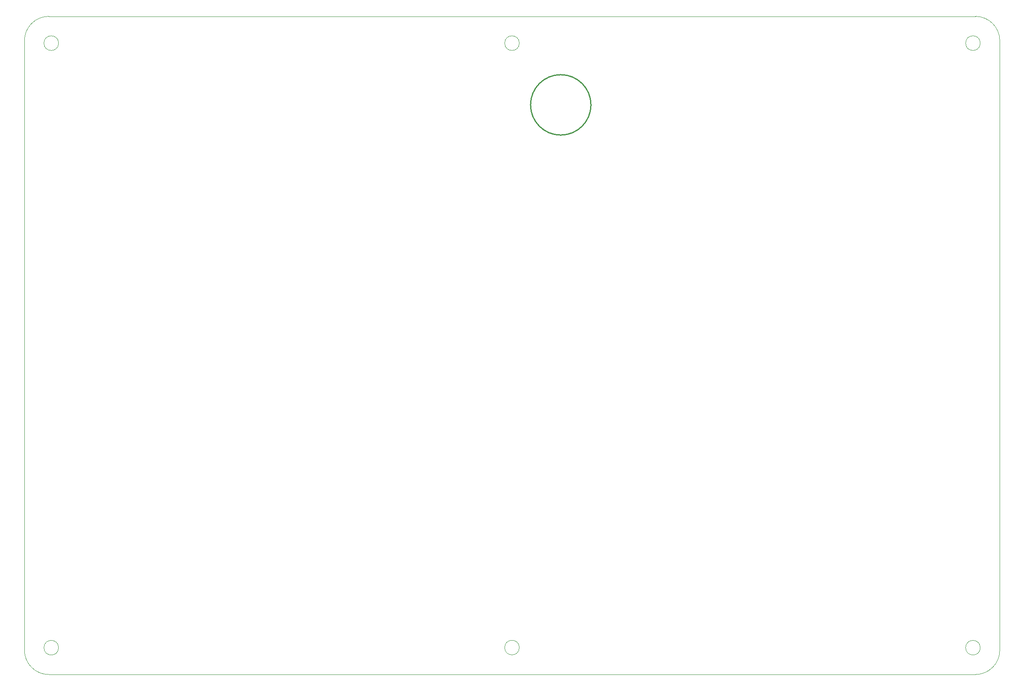
<source format=gbr>
%TF.GenerationSoftware,Altium Limited,Altium Designer,21.6.4 (81)*%
G04 Layer_Color=16711935*
%FSLAX43Y43*%
%MOMM*%
%TF.SameCoordinates,51A45B19-5AA5-45A3-BC04-4EA5AD39BA57*%
%TF.FilePolarity,Positive*%
%TF.FileFunction,Other,Mechanical_1*%
%TF.Part,Single*%
G01*
G75*
%TA.AperFunction,NonConductor*%
%ADD42C,0.254*%
%ADD48C,0.013*%
D42*
X116197Y116840D02*
G03*
X116197Y116840I-6197J0D01*
G01*
D48*
X101500Y129500D02*
G03*
X101500Y129500I-1500J0D01*
G01*
Y5525D02*
G03*
X101500Y5525I-1500J0D01*
G01*
X7025Y5500D02*
G03*
X7025Y5500I-1500J0D01*
G01*
X196025D02*
G03*
X196025Y5500I-1500J0D01*
G01*
X7025Y129500D02*
G03*
X7025Y129500I-1500J0D01*
G01*
X196025D02*
G03*
X196025Y129500I-1500J0D01*
G01*
X200025Y130000D02*
G03*
X195052Y135000I-5000J0D01*
G01*
X195025Y0D02*
G03*
X200025Y5000I0J5000D01*
G01*
X5025Y135000D02*
G03*
X25Y130000I0J-5000D01*
G01*
Y5000D02*
G03*
X5025Y0I5000J0D01*
G01*
X200025Y5000D02*
X200025Y130000D01*
X5025Y135000D02*
X195052Y135000D01*
X25Y130000D02*
X25Y5000D01*
X5025Y-0D02*
X195050Y0D01*
%TF.MD5,da90e3f6c7ba0a52024bf28bf962899f*%
M02*

</source>
